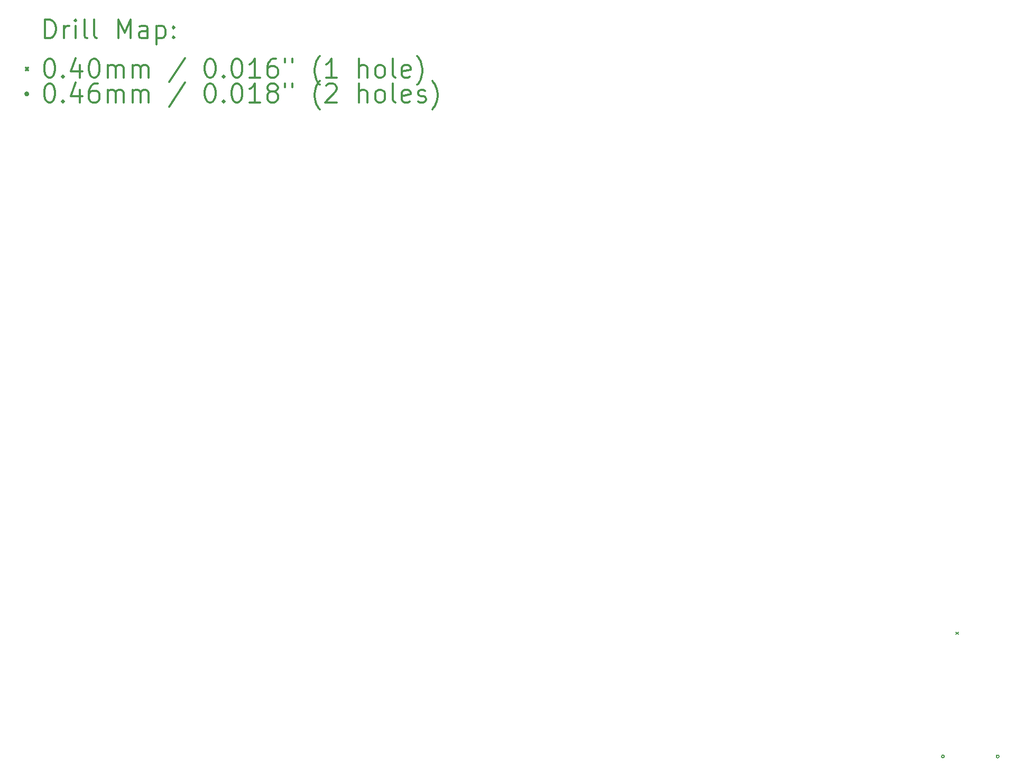
<source format=gbr>
%FSLAX45Y45*%
G04 Gerber Fmt 4.5, Leading zero omitted, Abs format (unit mm)*
G04 Created by KiCad (PCBNEW 4.0.5) date 02/23/17 14:22:06*
%MOMM*%
%LPD*%
G01*
G04 APERTURE LIST*
%ADD10C,0.127000*%
%ADD11C,0.200000*%
%ADD12C,0.300000*%
G04 APERTURE END LIST*
D10*
D11*
X456250Y2674300D02*
X496250Y2634300D01*
X496250Y2674300D02*
X456250Y2634300D01*
X270800Y681270D02*
G75*
G03X270800Y681270I-23000J0D01*
G01*
X1146800Y681270D02*
G75*
G03X1146800Y681270I-23000J0D01*
G01*
D12*
X-14130371Y12184756D02*
X-14130371Y12484756D01*
X-14058943Y12484756D01*
X-14016086Y12470470D01*
X-13987514Y12441899D01*
X-13973229Y12413327D01*
X-13958943Y12356184D01*
X-13958943Y12313327D01*
X-13973229Y12256184D01*
X-13987514Y12227613D01*
X-14016086Y12199041D01*
X-14058943Y12184756D01*
X-14130371Y12184756D01*
X-13830371Y12184756D02*
X-13830371Y12384756D01*
X-13830371Y12327613D02*
X-13816086Y12356184D01*
X-13801800Y12370470D01*
X-13773229Y12384756D01*
X-13744657Y12384756D01*
X-13644657Y12184756D02*
X-13644657Y12384756D01*
X-13644657Y12484756D02*
X-13658943Y12470470D01*
X-13644657Y12456184D01*
X-13630371Y12470470D01*
X-13644657Y12484756D01*
X-13644657Y12456184D01*
X-13458943Y12184756D02*
X-13487514Y12199041D01*
X-13501800Y12227613D01*
X-13501800Y12484756D01*
X-13301800Y12184756D02*
X-13330371Y12199041D01*
X-13344657Y12227613D01*
X-13344657Y12484756D01*
X-12958943Y12184756D02*
X-12958943Y12484756D01*
X-12858943Y12270470D01*
X-12758943Y12484756D01*
X-12758943Y12184756D01*
X-12487514Y12184756D02*
X-12487514Y12341899D01*
X-12501800Y12370470D01*
X-12530371Y12384756D01*
X-12587514Y12384756D01*
X-12616086Y12370470D01*
X-12487514Y12199041D02*
X-12516086Y12184756D01*
X-12587514Y12184756D01*
X-12616086Y12199041D01*
X-12630371Y12227613D01*
X-12630371Y12256184D01*
X-12616086Y12284756D01*
X-12587514Y12299041D01*
X-12516086Y12299041D01*
X-12487514Y12313327D01*
X-12344657Y12384756D02*
X-12344657Y12084756D01*
X-12344657Y12370470D02*
X-12316086Y12384756D01*
X-12258943Y12384756D01*
X-12230371Y12370470D01*
X-12216086Y12356184D01*
X-12201800Y12327613D01*
X-12201800Y12241899D01*
X-12216086Y12213327D01*
X-12230371Y12199041D01*
X-12258943Y12184756D01*
X-12316086Y12184756D01*
X-12344657Y12199041D01*
X-12073228Y12213327D02*
X-12058943Y12199041D01*
X-12073228Y12184756D01*
X-12087514Y12199041D01*
X-12073228Y12213327D01*
X-12073228Y12184756D01*
X-12073228Y12370470D02*
X-12058943Y12356184D01*
X-12073228Y12341899D01*
X-12087514Y12356184D01*
X-12073228Y12370470D01*
X-12073228Y12341899D01*
X-14441800Y11710470D02*
X-14401800Y11670470D01*
X-14401800Y11710470D02*
X-14441800Y11670470D01*
X-14073229Y11854756D02*
X-14044657Y11854756D01*
X-14016086Y11840470D01*
X-14001800Y11826184D01*
X-13987514Y11797613D01*
X-13973229Y11740470D01*
X-13973229Y11669041D01*
X-13987514Y11611899D01*
X-14001800Y11583327D01*
X-14016086Y11569041D01*
X-14044657Y11554756D01*
X-14073229Y11554756D01*
X-14101800Y11569041D01*
X-14116086Y11583327D01*
X-14130371Y11611899D01*
X-14144657Y11669041D01*
X-14144657Y11740470D01*
X-14130371Y11797613D01*
X-14116086Y11826184D01*
X-14101800Y11840470D01*
X-14073229Y11854756D01*
X-13844657Y11583327D02*
X-13830371Y11569041D01*
X-13844657Y11554756D01*
X-13858943Y11569041D01*
X-13844657Y11583327D01*
X-13844657Y11554756D01*
X-13573229Y11754756D02*
X-13573229Y11554756D01*
X-13644657Y11869041D02*
X-13716086Y11654756D01*
X-13530371Y11654756D01*
X-13358943Y11854756D02*
X-13330371Y11854756D01*
X-13301800Y11840470D01*
X-13287514Y11826184D01*
X-13273229Y11797613D01*
X-13258943Y11740470D01*
X-13258943Y11669041D01*
X-13273229Y11611899D01*
X-13287514Y11583327D01*
X-13301800Y11569041D01*
X-13330371Y11554756D01*
X-13358943Y11554756D01*
X-13387514Y11569041D01*
X-13401800Y11583327D01*
X-13416086Y11611899D01*
X-13430371Y11669041D01*
X-13430371Y11740470D01*
X-13416086Y11797613D01*
X-13401800Y11826184D01*
X-13387514Y11840470D01*
X-13358943Y11854756D01*
X-13130371Y11554756D02*
X-13130371Y11754756D01*
X-13130371Y11726184D02*
X-13116086Y11740470D01*
X-13087514Y11754756D01*
X-13044657Y11754756D01*
X-13016086Y11740470D01*
X-13001800Y11711899D01*
X-13001800Y11554756D01*
X-13001800Y11711899D02*
X-12987514Y11740470D01*
X-12958943Y11754756D01*
X-12916086Y11754756D01*
X-12887514Y11740470D01*
X-12873229Y11711899D01*
X-12873229Y11554756D01*
X-12730371Y11554756D02*
X-12730371Y11754756D01*
X-12730371Y11726184D02*
X-12716086Y11740470D01*
X-12687514Y11754756D01*
X-12644657Y11754756D01*
X-12616086Y11740470D01*
X-12601800Y11711899D01*
X-12601800Y11554756D01*
X-12601800Y11711899D02*
X-12587514Y11740470D01*
X-12558943Y11754756D01*
X-12516086Y11754756D01*
X-12487514Y11740470D01*
X-12473229Y11711899D01*
X-12473229Y11554756D01*
X-11887514Y11869041D02*
X-12144657Y11483327D01*
X-11501800Y11854756D02*
X-11473229Y11854756D01*
X-11444657Y11840470D01*
X-11430371Y11826184D01*
X-11416086Y11797613D01*
X-11401800Y11740470D01*
X-11401800Y11669041D01*
X-11416086Y11611899D01*
X-11430371Y11583327D01*
X-11444657Y11569041D01*
X-11473229Y11554756D01*
X-11501800Y11554756D01*
X-11530371Y11569041D01*
X-11544657Y11583327D01*
X-11558943Y11611899D01*
X-11573229Y11669041D01*
X-11573229Y11740470D01*
X-11558943Y11797613D01*
X-11544657Y11826184D01*
X-11530371Y11840470D01*
X-11501800Y11854756D01*
X-11273229Y11583327D02*
X-11258943Y11569041D01*
X-11273229Y11554756D01*
X-11287514Y11569041D01*
X-11273229Y11583327D01*
X-11273229Y11554756D01*
X-11073229Y11854756D02*
X-11044657Y11854756D01*
X-11016086Y11840470D01*
X-11001800Y11826184D01*
X-10987514Y11797613D01*
X-10973229Y11740470D01*
X-10973229Y11669041D01*
X-10987514Y11611899D01*
X-11001800Y11583327D01*
X-11016086Y11569041D01*
X-11044657Y11554756D01*
X-11073229Y11554756D01*
X-11101800Y11569041D01*
X-11116086Y11583327D01*
X-11130372Y11611899D01*
X-11144657Y11669041D01*
X-11144657Y11740470D01*
X-11130372Y11797613D01*
X-11116086Y11826184D01*
X-11101800Y11840470D01*
X-11073229Y11854756D01*
X-10687514Y11554756D02*
X-10858943Y11554756D01*
X-10773229Y11554756D02*
X-10773229Y11854756D01*
X-10801800Y11811899D01*
X-10830372Y11783327D01*
X-10858943Y11769041D01*
X-10430372Y11854756D02*
X-10487514Y11854756D01*
X-10516086Y11840470D01*
X-10530372Y11826184D01*
X-10558943Y11783327D01*
X-10573229Y11726184D01*
X-10573229Y11611899D01*
X-10558943Y11583327D01*
X-10544657Y11569041D01*
X-10516086Y11554756D01*
X-10458943Y11554756D01*
X-10430372Y11569041D01*
X-10416086Y11583327D01*
X-10401800Y11611899D01*
X-10401800Y11683327D01*
X-10416086Y11711899D01*
X-10430372Y11726184D01*
X-10458943Y11740470D01*
X-10516086Y11740470D01*
X-10544657Y11726184D01*
X-10558943Y11711899D01*
X-10573229Y11683327D01*
X-10287514Y11854756D02*
X-10287514Y11797613D01*
X-10173229Y11854756D02*
X-10173229Y11797613D01*
X-9730372Y11440470D02*
X-9744657Y11454756D01*
X-9773229Y11497613D01*
X-9787514Y11526184D01*
X-9801800Y11569041D01*
X-9816086Y11640470D01*
X-9816086Y11697613D01*
X-9801800Y11769041D01*
X-9787514Y11811899D01*
X-9773229Y11840470D01*
X-9744657Y11883327D01*
X-9730372Y11897613D01*
X-9458943Y11554756D02*
X-9630372Y11554756D01*
X-9544657Y11554756D02*
X-9544657Y11854756D01*
X-9573229Y11811899D01*
X-9601800Y11783327D01*
X-9630372Y11769041D01*
X-9101800Y11554756D02*
X-9101800Y11854756D01*
X-8973229Y11554756D02*
X-8973229Y11711899D01*
X-8987514Y11740470D01*
X-9016086Y11754756D01*
X-9058943Y11754756D01*
X-9087514Y11740470D01*
X-9101800Y11726184D01*
X-8787514Y11554756D02*
X-8816086Y11569041D01*
X-8830372Y11583327D01*
X-8844657Y11611899D01*
X-8844657Y11697613D01*
X-8830372Y11726184D01*
X-8816086Y11740470D01*
X-8787514Y11754756D01*
X-8744657Y11754756D01*
X-8716086Y11740470D01*
X-8701800Y11726184D01*
X-8687514Y11697613D01*
X-8687514Y11611899D01*
X-8701800Y11583327D01*
X-8716086Y11569041D01*
X-8744657Y11554756D01*
X-8787514Y11554756D01*
X-8516086Y11554756D02*
X-8544657Y11569041D01*
X-8558943Y11597613D01*
X-8558943Y11854756D01*
X-8287514Y11569041D02*
X-8316086Y11554756D01*
X-8373229Y11554756D01*
X-8401800Y11569041D01*
X-8416086Y11597613D01*
X-8416086Y11711899D01*
X-8401800Y11740470D01*
X-8373229Y11754756D01*
X-8316086Y11754756D01*
X-8287514Y11740470D01*
X-8273229Y11711899D01*
X-8273229Y11683327D01*
X-8416086Y11654756D01*
X-8173229Y11440470D02*
X-8158943Y11454756D01*
X-8130371Y11497613D01*
X-8116086Y11526184D01*
X-8101800Y11569041D01*
X-8087514Y11640470D01*
X-8087514Y11697613D01*
X-8101800Y11769041D01*
X-8116086Y11811899D01*
X-8130371Y11840470D01*
X-8158943Y11883327D01*
X-8173229Y11897613D01*
X-14401800Y11294470D02*
G75*
G03X-14401800Y11294470I-23000J0D01*
G01*
X-14073229Y11458756D02*
X-14044657Y11458756D01*
X-14016086Y11444470D01*
X-14001800Y11430184D01*
X-13987514Y11401613D01*
X-13973229Y11344470D01*
X-13973229Y11273041D01*
X-13987514Y11215899D01*
X-14001800Y11187327D01*
X-14016086Y11173041D01*
X-14044657Y11158756D01*
X-14073229Y11158756D01*
X-14101800Y11173041D01*
X-14116086Y11187327D01*
X-14130371Y11215899D01*
X-14144657Y11273041D01*
X-14144657Y11344470D01*
X-14130371Y11401613D01*
X-14116086Y11430184D01*
X-14101800Y11444470D01*
X-14073229Y11458756D01*
X-13844657Y11187327D02*
X-13830371Y11173041D01*
X-13844657Y11158756D01*
X-13858943Y11173041D01*
X-13844657Y11187327D01*
X-13844657Y11158756D01*
X-13573229Y11358756D02*
X-13573229Y11158756D01*
X-13644657Y11473041D02*
X-13716086Y11258756D01*
X-13530371Y11258756D01*
X-13287514Y11458756D02*
X-13344657Y11458756D01*
X-13373229Y11444470D01*
X-13387514Y11430184D01*
X-13416086Y11387327D01*
X-13430371Y11330184D01*
X-13430371Y11215899D01*
X-13416086Y11187327D01*
X-13401800Y11173041D01*
X-13373229Y11158756D01*
X-13316086Y11158756D01*
X-13287514Y11173041D01*
X-13273229Y11187327D01*
X-13258943Y11215899D01*
X-13258943Y11287327D01*
X-13273229Y11315899D01*
X-13287514Y11330184D01*
X-13316086Y11344470D01*
X-13373229Y11344470D01*
X-13401800Y11330184D01*
X-13416086Y11315899D01*
X-13430371Y11287327D01*
X-13130371Y11158756D02*
X-13130371Y11358756D01*
X-13130371Y11330184D02*
X-13116086Y11344470D01*
X-13087514Y11358756D01*
X-13044657Y11358756D01*
X-13016086Y11344470D01*
X-13001800Y11315899D01*
X-13001800Y11158756D01*
X-13001800Y11315899D02*
X-12987514Y11344470D01*
X-12958943Y11358756D01*
X-12916086Y11358756D01*
X-12887514Y11344470D01*
X-12873229Y11315899D01*
X-12873229Y11158756D01*
X-12730371Y11158756D02*
X-12730371Y11358756D01*
X-12730371Y11330184D02*
X-12716086Y11344470D01*
X-12687514Y11358756D01*
X-12644657Y11358756D01*
X-12616086Y11344470D01*
X-12601800Y11315899D01*
X-12601800Y11158756D01*
X-12601800Y11315899D02*
X-12587514Y11344470D01*
X-12558943Y11358756D01*
X-12516086Y11358756D01*
X-12487514Y11344470D01*
X-12473229Y11315899D01*
X-12473229Y11158756D01*
X-11887514Y11473041D02*
X-12144657Y11087327D01*
X-11501800Y11458756D02*
X-11473229Y11458756D01*
X-11444657Y11444470D01*
X-11430371Y11430184D01*
X-11416086Y11401613D01*
X-11401800Y11344470D01*
X-11401800Y11273041D01*
X-11416086Y11215899D01*
X-11430371Y11187327D01*
X-11444657Y11173041D01*
X-11473229Y11158756D01*
X-11501800Y11158756D01*
X-11530371Y11173041D01*
X-11544657Y11187327D01*
X-11558943Y11215899D01*
X-11573229Y11273041D01*
X-11573229Y11344470D01*
X-11558943Y11401613D01*
X-11544657Y11430184D01*
X-11530371Y11444470D01*
X-11501800Y11458756D01*
X-11273229Y11187327D02*
X-11258943Y11173041D01*
X-11273229Y11158756D01*
X-11287514Y11173041D01*
X-11273229Y11187327D01*
X-11273229Y11158756D01*
X-11073229Y11458756D02*
X-11044657Y11458756D01*
X-11016086Y11444470D01*
X-11001800Y11430184D01*
X-10987514Y11401613D01*
X-10973229Y11344470D01*
X-10973229Y11273041D01*
X-10987514Y11215899D01*
X-11001800Y11187327D01*
X-11016086Y11173041D01*
X-11044657Y11158756D01*
X-11073229Y11158756D01*
X-11101800Y11173041D01*
X-11116086Y11187327D01*
X-11130372Y11215899D01*
X-11144657Y11273041D01*
X-11144657Y11344470D01*
X-11130372Y11401613D01*
X-11116086Y11430184D01*
X-11101800Y11444470D01*
X-11073229Y11458756D01*
X-10687514Y11158756D02*
X-10858943Y11158756D01*
X-10773229Y11158756D02*
X-10773229Y11458756D01*
X-10801800Y11415899D01*
X-10830372Y11387327D01*
X-10858943Y11373041D01*
X-10516086Y11330184D02*
X-10544657Y11344470D01*
X-10558943Y11358756D01*
X-10573229Y11387327D01*
X-10573229Y11401613D01*
X-10558943Y11430184D01*
X-10544657Y11444470D01*
X-10516086Y11458756D01*
X-10458943Y11458756D01*
X-10430372Y11444470D01*
X-10416086Y11430184D01*
X-10401800Y11401613D01*
X-10401800Y11387327D01*
X-10416086Y11358756D01*
X-10430372Y11344470D01*
X-10458943Y11330184D01*
X-10516086Y11330184D01*
X-10544657Y11315899D01*
X-10558943Y11301613D01*
X-10573229Y11273041D01*
X-10573229Y11215899D01*
X-10558943Y11187327D01*
X-10544657Y11173041D01*
X-10516086Y11158756D01*
X-10458943Y11158756D01*
X-10430372Y11173041D01*
X-10416086Y11187327D01*
X-10401800Y11215899D01*
X-10401800Y11273041D01*
X-10416086Y11301613D01*
X-10430372Y11315899D01*
X-10458943Y11330184D01*
X-10287514Y11458756D02*
X-10287514Y11401613D01*
X-10173229Y11458756D02*
X-10173229Y11401613D01*
X-9730372Y11044470D02*
X-9744657Y11058756D01*
X-9773229Y11101613D01*
X-9787514Y11130184D01*
X-9801800Y11173041D01*
X-9816086Y11244470D01*
X-9816086Y11301613D01*
X-9801800Y11373041D01*
X-9787514Y11415899D01*
X-9773229Y11444470D01*
X-9744657Y11487327D01*
X-9730372Y11501613D01*
X-9630372Y11430184D02*
X-9616086Y11444470D01*
X-9587514Y11458756D01*
X-9516086Y11458756D01*
X-9487514Y11444470D01*
X-9473229Y11430184D01*
X-9458943Y11401613D01*
X-9458943Y11373041D01*
X-9473229Y11330184D01*
X-9644657Y11158756D01*
X-9458943Y11158756D01*
X-9101800Y11158756D02*
X-9101800Y11458756D01*
X-8973229Y11158756D02*
X-8973229Y11315899D01*
X-8987514Y11344470D01*
X-9016086Y11358756D01*
X-9058943Y11358756D01*
X-9087514Y11344470D01*
X-9101800Y11330184D01*
X-8787514Y11158756D02*
X-8816086Y11173041D01*
X-8830372Y11187327D01*
X-8844657Y11215899D01*
X-8844657Y11301613D01*
X-8830372Y11330184D01*
X-8816086Y11344470D01*
X-8787514Y11358756D01*
X-8744657Y11358756D01*
X-8716086Y11344470D01*
X-8701800Y11330184D01*
X-8687514Y11301613D01*
X-8687514Y11215899D01*
X-8701800Y11187327D01*
X-8716086Y11173041D01*
X-8744657Y11158756D01*
X-8787514Y11158756D01*
X-8516086Y11158756D02*
X-8544657Y11173041D01*
X-8558943Y11201613D01*
X-8558943Y11458756D01*
X-8287514Y11173041D02*
X-8316086Y11158756D01*
X-8373229Y11158756D01*
X-8401800Y11173041D01*
X-8416086Y11201613D01*
X-8416086Y11315899D01*
X-8401800Y11344470D01*
X-8373229Y11358756D01*
X-8316086Y11358756D01*
X-8287514Y11344470D01*
X-8273229Y11315899D01*
X-8273229Y11287327D01*
X-8416086Y11258756D01*
X-8158943Y11173041D02*
X-8130371Y11158756D01*
X-8073229Y11158756D01*
X-8044657Y11173041D01*
X-8030371Y11201613D01*
X-8030371Y11215899D01*
X-8044657Y11244470D01*
X-8073229Y11258756D01*
X-8116086Y11258756D01*
X-8144657Y11273041D01*
X-8158943Y11301613D01*
X-8158943Y11315899D01*
X-8144657Y11344470D01*
X-8116086Y11358756D01*
X-8073229Y11358756D01*
X-8044657Y11344470D01*
X-7930371Y11044470D02*
X-7916086Y11058756D01*
X-7887514Y11101613D01*
X-7873229Y11130184D01*
X-7858943Y11173041D01*
X-7844657Y11244470D01*
X-7844657Y11301613D01*
X-7858943Y11373041D01*
X-7873229Y11415899D01*
X-7887514Y11444470D01*
X-7916086Y11487327D01*
X-7930371Y11501613D01*
M02*

</source>
